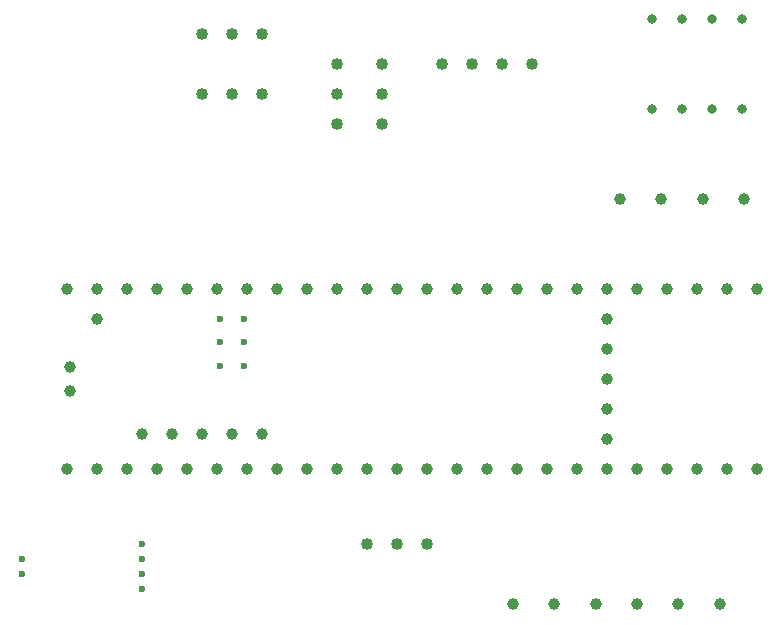
<source format=gbr>
%TF.GenerationSoftware,Altium Limited,Altium Designer,23.10.1 (27)*%
G04 Layer_Color=0*
%FSLAX45Y45*%
%MOMM*%
%TF.SameCoordinates,630E0BF6-42D4-4CFD-A4DF-94D7906D83A5*%
%TF.FilePolarity,Positive*%
%TF.FileFunction,Plated,1,2,PTH,Drill*%
%TF.Part,Single*%
G01*
G75*
%TA.AperFunction,ComponentDrill*%
%ADD25C,1.00000*%
%ADD26C,1.01600*%
%ADD27C,0.59995*%
%ADD28C,1.00000*%
%ADD29C,0.81280*%
%ADD30C,1.01600*%
D25*
X9335999Y2413000D02*
D03*
X7585989D02*
D03*
X7936001D02*
D03*
X8285988D02*
D03*
X8636000D02*
D03*
X8985987D02*
D03*
X3833012Y4218000D02*
D03*
Y4418000D02*
D03*
X7366000Y5080000D02*
D03*
X5334000Y3556000D02*
D03*
X8382000Y4826000D02*
D03*
Y4572000D02*
D03*
X3810000Y5080000D02*
D03*
X8382000Y4318000D02*
D03*
X3810000Y3556000D02*
D03*
X8492007Y5842000D02*
D03*
X8841994D02*
D03*
X9192006D02*
D03*
X9541993D02*
D03*
D26*
X5461000Y6731000D02*
D03*
X5207000D02*
D03*
X4953000D02*
D03*
X5461000Y7239000D02*
D03*
X5207000D02*
D03*
X4953000D02*
D03*
X7747000Y6985000D02*
D03*
X7493000D02*
D03*
X7239000D02*
D03*
X6985000D02*
D03*
X6858000Y2921000D02*
D03*
X6604000D02*
D03*
X6350000D02*
D03*
D27*
X5307000Y4429989D02*
D03*
Y4629988D02*
D03*
Y4829988D02*
D03*
X5107000Y4429989D02*
D03*
Y4629988D02*
D03*
Y4829988D02*
D03*
X4445000Y2921000D02*
D03*
Y2794000D02*
D03*
Y2667000D02*
D03*
Y2540000D02*
D03*
X3429000Y2794000D02*
D03*
Y2667000D02*
D03*
D28*
X7620000Y3556000D02*
D03*
X5461000Y3855999D02*
D03*
X5207000D02*
D03*
X4953000D02*
D03*
X4699000D02*
D03*
X4445000D02*
D03*
X9652000Y5080000D02*
D03*
X9398000D02*
D03*
X9144000D02*
D03*
X8890000D02*
D03*
X8636000D02*
D03*
X8382000D02*
D03*
X8128000D02*
D03*
X7874000D02*
D03*
X7620000D02*
D03*
X9652000Y3556000D02*
D03*
X9398000D02*
D03*
X9144000D02*
D03*
X8890000D02*
D03*
X8636000D02*
D03*
X8382000D02*
D03*
X8128000D02*
D03*
X7874000D02*
D03*
X7366000D02*
D03*
X4572000Y5080000D02*
D03*
X4826000D02*
D03*
X5080000D02*
D03*
X5334000D02*
D03*
X5588000D02*
D03*
X5842000D02*
D03*
X6096000D02*
D03*
X6350000D02*
D03*
X6604000D02*
D03*
X6858000D02*
D03*
X4064000Y4826000D02*
D03*
X6858000Y3556000D02*
D03*
X6604000D02*
D03*
X6350000D02*
D03*
X6096000D02*
D03*
X5842000D02*
D03*
X5588000D02*
D03*
X5080000D02*
D03*
X4826000D02*
D03*
X4572000D02*
D03*
X4318000D02*
D03*
X4064000D02*
D03*
X7112000D02*
D03*
Y5080000D02*
D03*
X8382000Y3810000D02*
D03*
Y4064000D02*
D03*
X4318000Y5080000D02*
D03*
X4064000D02*
D03*
D29*
X9525000Y7366000D02*
D03*
X9271000D02*
D03*
X9525000Y6604000D02*
D03*
X9271000D02*
D03*
X8763000Y7366000D02*
D03*
X9017000D02*
D03*
Y6604000D02*
D03*
X8763000D02*
D03*
D30*
X6096000Y6477000D02*
D03*
Y6731000D02*
D03*
Y6985000D02*
D03*
X6477000Y6477000D02*
D03*
Y6731000D02*
D03*
Y6985000D02*
D03*
%TF.MD5,76e6554c9aa8fdf13b877261392f9ed0*%
M02*

</source>
